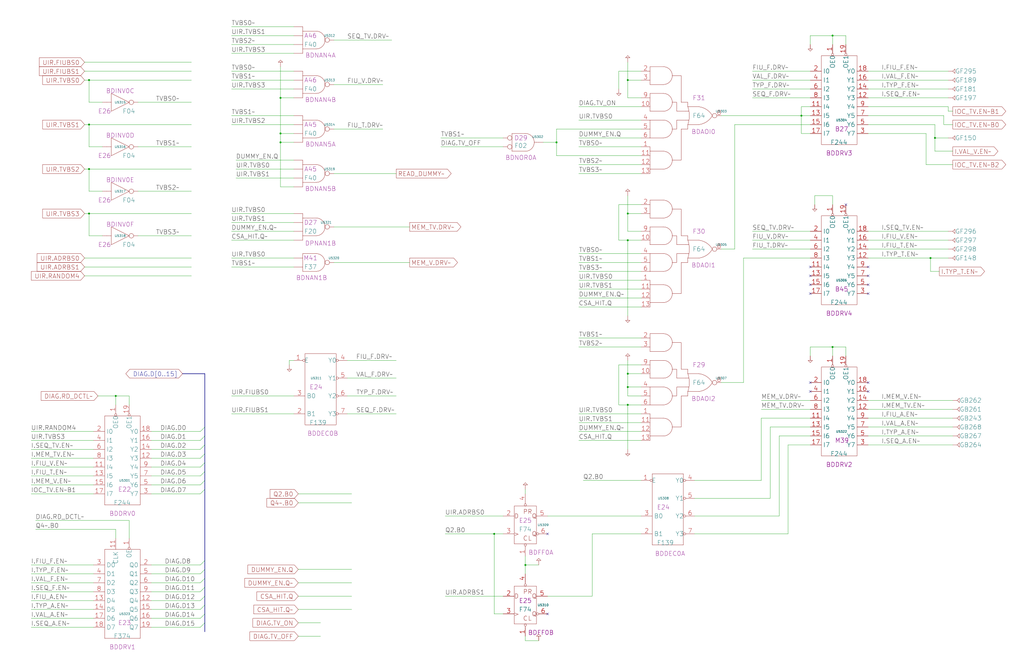
<source format=kicad_sch>
(kicad_sch (version 20230121) (generator eeschema)
  (paper "User" 584.2 378.46)
  (title_block (title "CONTROL STORE\\nBUS DRIVER DECODING") (date "22-SEP-90") (rev "2.0") (comment 1 "IOC") (comment 2 "232-003061") (comment 3 "S400") (comment 4 "RELEASED"))
  (junction (at 160.02 81.28))
  (junction (at 474.98 198.12))
  (junction (at 474.98 20.32))
  (junction (at 317.5 81.28))
  (junction (at 160.02 55.88))
  (junction (at 530.86 147.32))
  (junction (at 299.72 322.58))
  (junction (at 533.4 78.74))
  (junction (at 358.14 231.14))
  (junction (at 160.02 76.2))
  (junction (at 358.14 45.72))
  (junction (at 358.14 121.92))
  (junction (at 281.94 304.8))
  (junction (at 50.8 45.72))
  (junction (at 457.2 66.04))
  (junction (at 50.8 121.92))
  (junction (at 358.14 213.36))
  (junction (at 66.04 226.06))
  (junction (at 50.8 96.52))
  (junction (at 50.8 71.12))
  (junction (at 358.14 220.98))
  (junction (at 358.14 137.16))
  (no_connect (at 312.42 304.8))
  (no_connect (at 462.28 152.4))
  (no_connect (at 495.3 152.4))
  (no_connect (at 462.28 218.44))
  (no_connect (at 462.28 167.64))
  (no_connect (at 495.3 167.64))
  (no_connect (at 495.3 223.52))
  (no_connect (at 462.28 223.52))
  (no_connect (at 312.42 350.52))
  (no_connect (at 462.28 162.56))
  (no_connect (at 462.28 157.48))
  (no_connect (at 495.3 218.44))
  (no_connect (at 495.3 162.56))
  (no_connect (at 495.3 157.48))
  (no_connect (at 482.6 116.84))
  (bus_entry (at 116.84 355.6) (size -2.54 2.54))
  (bus_entry (at 116.84 259.08) (size -2.54 2.54))
  (bus_entry (at 116.84 320.04) (size -2.54 2.54))
  (bus_entry (at 116.84 340.36) (size -2.54 2.54))
  (bus_entry (at 116.84 330.2) (size -2.54 2.54))
  (bus_entry (at 116.84 350.52) (size -2.54 2.54))
  (bus_entry (at 116.84 345.44) (size -2.54 2.54))
  (bus_entry (at 116.84 335.28) (size -2.54 2.54))
  (bus_entry (at 116.84 254) (size -2.54 2.54))
  (bus_entry (at 116.84 243.84) (size -2.54 2.54))
  (bus_entry (at 116.84 325.12) (size -2.54 2.54))
  (bus_entry (at 116.84 264.16) (size -2.54 2.54))
  (bus_entry (at 116.84 248.92) (size -2.54 2.54))
  (bus_entry (at 116.84 279.4) (size -2.54 2.54))
  (bus_entry (at 116.84 269.24) (size -2.54 2.54))
  (bus_entry (at 116.84 274.32) (size -2.54 2.54))
  (wire (pts (xy 474.98 20.32) (xy 474.98 25.4)))
  (wire (pts (xy 337.82 340.36) (xy 312.42 340.36)))
  (wire (pts (xy 190.5 48.26) (xy 218.44 48.26)))
  (wire (pts (xy 167.64 55.88) (xy 160.02 55.88)))
  (wire (pts (xy 495.3 238.76) (xy 543.56 238.76)))
  (wire (pts (xy 281.94 304.8) (xy 287.02 304.8)))
  (wire (pts (xy 17.78 358.14) (xy 53.34 358.14)))
  (wire (pts (xy 17.78 347.98) (xy 53.34 347.98)))
  (wire (pts (xy 365.76 132.08) (xy 358.14 132.08)))
  (wire (pts (xy 419.1 142.24) (xy 411.48 142.24)))
  (wire (pts (xy 419.1 71.12) (xy 419.1 142.24)))
  (wire (pts (xy 134.62 101.6) (xy 167.64 101.6)))
  (wire (pts (xy 170.18 340.36) (xy 200.66 340.36)))
  (wire (pts (xy 132.08 30.48) (xy 167.64 30.48)))
  (wire (pts (xy 457.2 66.04) (xy 462.28 66.04)))
  (wire (pts (xy 58.42 109.22) (xy 50.8 109.22)))
  (wire (pts (xy 495.3 50.8) (xy 541.02 50.8)))
  (wire (pts (xy 541.02 60.96) (xy 541.02 63.5)))
  (wire (pts (xy 330.2 60.96) (xy 365.76 60.96)))
  (bus (pts (xy 116.84 254) (xy 116.84 259.08)))
  (wire (pts (xy 86.36 322.58) (xy 114.3 322.58)))
  (wire (pts (xy 78.74 109.22) (xy 109.22 109.22)))
  (wire (pts (xy 132.08 25.4) (xy 167.64 25.4)))
  (wire (pts (xy 462.28 254) (xy 449.58 254)))
  (wire (pts (xy 464.82 111.76) (xy 464.82 116.84)))
  (wire (pts (xy 462.28 238.76) (xy 434.34 238.76)))
  (wire (pts (xy 337.82 304.8) (xy 337.82 340.36)))
  (wire (pts (xy 365.76 208.28) (xy 353.06 208.28)))
  (wire (pts (xy 17.78 271.78) (xy 53.34 271.78)))
  (wire (pts (xy 17.78 261.62) (xy 53.34 261.62)))
  (wire (pts (xy 170.18 363.22) (xy 182.88 363.22)))
  (wire (pts (xy 429.26 55.88) (xy 462.28 55.88)))
  (wire (pts (xy 538.48 66.04) (xy 538.48 71.12)))
  (wire (pts (xy 424.18 218.44) (xy 411.48 218.44)))
  (wire (pts (xy 86.36 251.46) (xy 114.3 251.46)))
  (wire (pts (xy 132.08 15.24) (xy 167.64 15.24)))
  (wire (pts (xy 132.08 66.04) (xy 167.64 66.04)))
  (wire (pts (xy 58.42 58.42) (xy 50.8 58.42)))
  (wire (pts (xy 330.2 154.94) (xy 365.76 154.94)))
  (wire (pts (xy 495.3 71.12) (xy 533.4 71.12)))
  (wire (pts (xy 429.26 142.24) (xy 462.28 142.24)))
  (wire (pts (xy 330.2 170.18) (xy 365.76 170.18)))
  (wire (pts (xy 429.26 137.16) (xy 462.28 137.16)))
  (wire (pts (xy 254 340.36) (xy 287.02 340.36)))
  (bus (pts (xy 104.14 213.36) (xy 116.84 213.36)))
  (wire (pts (xy 538.48 71.12) (xy 543.56 71.12)))
  (wire (pts (xy 50.8 96.52) (xy 109.22 96.52)))
  (wire (pts (xy 358.14 231.14) (xy 365.76 231.14)))
  (wire (pts (xy 170.18 347.98) (xy 200.66 347.98)))
  (wire (pts (xy 86.36 256.54) (xy 114.3 256.54)))
  (bus (pts (xy 116.84 213.36) (xy 116.84 243.84)))
  (wire (pts (xy 434.34 238.76) (xy 434.34 274.32)))
  (wire (pts (xy 474.98 20.32) (xy 462.28 20.32)))
  (wire (pts (xy 317.5 73.66) (xy 317.5 81.28)))
  (wire (pts (xy 530.86 147.32) (xy 541.02 147.32)))
  (wire (pts (xy 66.04 231.14) (xy 66.04 226.06)))
  (wire (pts (xy 495.3 60.96) (xy 541.02 60.96)))
  (wire (pts (xy 17.78 332.74) (xy 53.34 332.74)))
  (wire (pts (xy 254 304.8) (xy 281.94 304.8)))
  (wire (pts (xy 299.72 279.4) (xy 299.72 281.94)))
  (wire (pts (xy 330.2 193.04) (xy 365.76 193.04)))
  (wire (pts (xy 287.02 350.52) (xy 281.94 350.52)))
  (wire (pts (xy 358.14 45.72) (xy 365.76 45.72)))
  (wire (pts (xy 86.36 337.82) (xy 114.3 337.82)))
  (wire (pts (xy 50.8 109.22) (xy 50.8 96.52)))
  (wire (pts (xy 429.26 50.8) (xy 462.28 50.8)))
  (wire (pts (xy 358.14 231.14) (xy 358.14 256.54)))
  (wire (pts (xy 330.2 236.22) (xy 365.76 236.22)))
  (wire (pts (xy 358.14 137.16) (xy 358.14 180.34)))
  (wire (pts (xy 330.2 175.26) (xy 365.76 175.26)))
  (wire (pts (xy 474.98 198.12) (xy 474.98 203.2)))
  (wire (pts (xy 132.08 152.4) (xy 167.64 152.4)))
  (bus (pts (xy 116.84 320.04) (xy 116.84 325.12)))
  (wire (pts (xy 254 294.64) (xy 287.02 294.64)))
  (wire (pts (xy 132.08 45.72) (xy 167.64 45.72)))
  (wire (pts (xy 167.64 106.68) (xy 160.02 106.68)))
  (wire (pts (xy 429.26 40.64) (xy 462.28 40.64)))
  (wire (pts (xy 317.5 88.9) (xy 317.5 81.28)))
  (wire (pts (xy 330.2 241.3) (xy 365.76 241.3)))
  (wire (pts (xy 353.06 208.28) (xy 353.06 231.14)))
  (wire (pts (xy 190.5 129.54) (xy 233.68 129.54)))
  (wire (pts (xy 170.18 287.02) (xy 200.66 287.02)))
  (wire (pts (xy 462.28 198.12) (xy 462.28 203.2)))
  (wire (pts (xy 434.34 274.32) (xy 396.24 274.32)))
  (wire (pts (xy 358.14 220.98) (xy 358.14 213.36)))
  (bus (pts (xy 116.84 248.92) (xy 116.84 254)))
  (bus (pts (xy 116.84 279.4) (xy 116.84 320.04)))
  (wire (pts (xy 365.76 226.06) (xy 358.14 226.06)))
  (wire (pts (xy 86.36 246.38) (xy 114.3 246.38)))
  (wire (pts (xy 198.12 226.06) (xy 226.06 226.06)))
  (wire (pts (xy 17.78 337.82) (xy 53.34 337.82)))
  (wire (pts (xy 86.36 261.62) (xy 114.3 261.62)))
  (wire (pts (xy 198.12 215.9) (xy 226.06 215.9)))
  (wire (pts (xy 58.42 134.62) (xy 50.8 134.62)))
  (wire (pts (xy 528.32 76.2) (xy 528.32 93.98)))
  (wire (pts (xy 167.64 81.28) (xy 160.02 81.28)))
  (wire (pts (xy 86.36 342.9) (xy 114.3 342.9)))
  (wire (pts (xy 474.98 111.76) (xy 464.82 111.76)))
  (wire (pts (xy 66.04 307.34) (xy 66.04 302.26)))
  (wire (pts (xy 86.36 353.06) (xy 114.3 353.06)))
  (wire (pts (xy 48.26 35.56) (xy 109.22 35.56)))
  (wire (pts (xy 330.2 251.46) (xy 365.76 251.46)))
  (wire (pts (xy 353.06 116.84) (xy 353.06 137.16)))
  (wire (pts (xy 299.72 322.58) (xy 307.34 322.58)))
  (wire (pts (xy 299.72 317.5) (xy 299.72 322.58)))
  (bus (pts (xy 116.84 355.6) (xy 116.84 360.68)))
  (wire (pts (xy 132.08 40.64) (xy 167.64 40.64)))
  (wire (pts (xy 330.2 99.06) (xy 365.76 99.06)))
  (wire (pts (xy 50.8 96.52) (xy 48.26 96.52)))
  (wire (pts (xy 462.28 20.32) (xy 462.28 25.4)))
  (wire (pts (xy 533.4 86.36) (xy 533.4 78.74)))
  (wire (pts (xy 358.14 132.08) (xy 358.14 121.92)))
  (wire (pts (xy 50.8 134.62) (xy 50.8 121.92)))
  (wire (pts (xy 86.36 266.7) (xy 114.3 266.7)))
  (wire (pts (xy 444.5 248.92) (xy 444.5 294.64)))
  (wire (pts (xy 132.08 71.12) (xy 167.64 71.12)))
  (wire (pts (xy 190.5 22.86) (xy 223.52 22.86)))
  (wire (pts (xy 160.02 55.88) (xy 160.02 38.1)))
  (wire (pts (xy 86.36 271.78) (xy 114.3 271.78)))
  (wire (pts (xy 50.8 71.12) (xy 109.22 71.12)))
  (wire (pts (xy 439.42 243.84) (xy 439.42 284.48)))
  (wire (pts (xy 165.1 208.28) (xy 165.1 205.74)))
  (bus (pts (xy 116.84 243.84) (xy 116.84 248.92)))
  (wire (pts (xy 495.3 76.2) (xy 528.32 76.2)))
  (wire (pts (xy 50.8 121.92) (xy 109.22 121.92)))
  (bus (pts (xy 116.84 259.08) (xy 116.84 264.16)))
  (wire (pts (xy 317.5 81.28) (xy 309.88 81.28)))
  (wire (pts (xy 482.6 20.32) (xy 474.98 20.32)))
  (wire (pts (xy 495.3 40.64) (xy 541.02 40.64)))
  (wire (pts (xy 17.78 327.66) (xy 53.34 327.66)))
  (wire (pts (xy 198.12 236.22) (xy 226.06 236.22)))
  (wire (pts (xy 190.5 73.66) (xy 218.44 73.66)))
  (bus (pts (xy 116.84 269.24) (xy 116.84 274.32)))
  (wire (pts (xy 132.08 137.16) (xy 167.64 137.16)))
  (bus (pts (xy 116.84 345.44) (xy 116.84 350.52)))
  (wire (pts (xy 482.6 25.4) (xy 482.6 20.32)))
  (wire (pts (xy 73.66 297.18) (xy 20.32 297.18)))
  (wire (pts (xy 495.3 45.72) (xy 541.02 45.72)))
  (wire (pts (xy 495.3 254) (xy 543.56 254)))
  (wire (pts (xy 365.76 88.9) (xy 317.5 88.9)))
  (wire (pts (xy 17.78 342.9) (xy 53.34 342.9)))
  (wire (pts (xy 434.34 233.68) (xy 462.28 233.68)))
  (wire (pts (xy 17.78 246.38) (xy 53.34 246.38)))
  (wire (pts (xy 78.74 83.82) (xy 109.22 83.82)))
  (wire (pts (xy 457.2 76.2) (xy 457.2 66.04)))
  (wire (pts (xy 17.78 251.46) (xy 53.34 251.46)))
  (wire (pts (xy 330.2 165.1) (xy 365.76 165.1)))
  (wire (pts (xy 73.66 231.14) (xy 73.66 226.06)))
  (wire (pts (xy 330.2 198.12) (xy 365.76 198.12)))
  (wire (pts (xy 190.5 99.06) (xy 226.06 99.06)))
  (wire (pts (xy 330.2 83.82) (xy 365.76 83.82)))
  (wire (pts (xy 281.94 304.8) (xy 281.94 350.52)))
  (wire (pts (xy 449.58 254) (xy 449.58 304.8)))
  (wire (pts (xy 86.36 332.74) (xy 114.3 332.74)))
  (wire (pts (xy 190.5 149.86) (xy 233.68 149.86)))
  (wire (pts (xy 330.2 78.74) (xy 365.76 78.74)))
  (bus (pts (xy 116.84 350.52) (xy 116.84 355.6)))
  (wire (pts (xy 358.14 226.06) (xy 358.14 220.98)))
  (wire (pts (xy 330.2 246.38) (xy 365.76 246.38)))
  (wire (pts (xy 495.3 243.84) (xy 543.56 243.84)))
  (wire (pts (xy 17.78 266.7) (xy 53.34 266.7)))
  (wire (pts (xy 48.26 147.32) (xy 109.22 147.32)))
  (wire (pts (xy 17.78 276.86) (xy 53.34 276.86)))
  (wire (pts (xy 358.14 220.98) (xy 365.76 220.98)))
  (wire (pts (xy 86.36 347.98) (xy 114.3 347.98)))
  (wire (pts (xy 160.02 81.28) (xy 160.02 76.2)))
  (wire (pts (xy 330.2 93.98) (xy 365.76 93.98)))
  (wire (pts (xy 17.78 256.54) (xy 53.34 256.54)))
  (wire (pts (xy 160.02 76.2) (xy 160.02 55.88)))
  (wire (pts (xy 462.28 147.32) (xy 424.18 147.32)))
  (wire (pts (xy 462.28 243.84) (xy 439.42 243.84)))
  (wire (pts (xy 530.86 154.94) (xy 530.86 147.32)))
  (wire (pts (xy 50.8 58.42) (xy 50.8 45.72)))
  (wire (pts (xy 299.72 363.22) (xy 299.72 365.76)))
  (bus (pts (xy 116.84 335.28) (xy 116.84 340.36)))
  (wire (pts (xy 495.3 233.68) (xy 543.56 233.68)))
  (wire (pts (xy 160.02 106.68) (xy 160.02 81.28)))
  (wire (pts (xy 48.26 71.12) (xy 50.8 71.12)))
  (wire (pts (xy 20.32 302.26) (xy 66.04 302.26)))
  (wire (pts (xy 462.28 60.96) (xy 457.2 60.96)))
  (wire (pts (xy 48.26 152.4) (xy 109.22 152.4)))
  (wire (pts (xy 134.62 96.52) (xy 167.64 96.52)))
  (bus (pts (xy 116.84 264.16) (xy 116.84 269.24)))
  (wire (pts (xy 424.18 147.32) (xy 424.18 218.44)))
  (wire (pts (xy 170.18 325.12) (xy 200.66 325.12)))
  (wire (pts (xy 17.78 322.58) (xy 53.34 322.58)))
  (wire (pts (xy 358.14 121.92) (xy 365.76 121.92)))
  (wire (pts (xy 48.26 45.72) (xy 50.8 45.72)))
  (wire (pts (xy 170.18 332.74) (xy 200.66 332.74)))
  (wire (pts (xy 86.36 276.86) (xy 114.3 276.86)))
  (wire (pts (xy 541.02 63.5) (xy 543.56 63.5)))
  (wire (pts (xy 165.1 205.74) (xy 167.64 205.74)))
  (wire (pts (xy 58.42 83.82) (xy 50.8 83.82)))
  (wire (pts (xy 495.3 228.6) (xy 543.56 228.6)))
  (wire (pts (xy 251.46 78.74) (xy 287.02 78.74)))
  (wire (pts (xy 132.08 20.32) (xy 167.64 20.32)))
  (wire (pts (xy 495.3 132.08) (xy 541.02 132.08)))
  (wire (pts (xy 358.14 213.36) (xy 365.76 213.36)))
  (wire (pts (xy 495.3 66.04) (xy 538.48 66.04)))
  (wire (pts (xy 66.04 226.06) (xy 55.88 226.06)))
  (wire (pts (xy 358.14 55.88) (xy 358.14 45.72)))
  (wire (pts (xy 533.4 78.74) (xy 541.02 78.74)))
  (wire (pts (xy 462.28 76.2) (xy 457.2 76.2)))
  (wire (pts (xy 132.08 127) (xy 167.64 127)))
  (wire (pts (xy 411.48 66.04) (xy 457.2 66.04)))
  (wire (pts (xy 332.74 274.32) (xy 365.76 274.32)))
  (wire (pts (xy 132.08 236.22) (xy 167.64 236.22)))
  (wire (pts (xy 358.14 121.92) (xy 358.14 111.76)))
  (wire (pts (xy 251.46 83.82) (xy 287.02 83.82)))
  (wire (pts (xy 353.06 137.16) (xy 358.14 137.16)))
  (wire (pts (xy 495.3 142.24) (xy 541.02 142.24)))
  (wire (pts (xy 462.28 71.12) (xy 419.1 71.12)))
  (wire (pts (xy 365.76 304.8) (xy 337.82 304.8)))
  (wire (pts (xy 365.76 116.84) (xy 353.06 116.84)))
  (bus (pts (xy 116.84 274.32) (xy 116.84 279.4)))
  (wire (pts (xy 535.94 154.94) (xy 530.86 154.94)))
  (wire (pts (xy 528.32 93.98) (xy 543.56 93.98)))
  (wire (pts (xy 449.58 304.8) (xy 396.24 304.8)))
  (wire (pts (xy 358.14 213.36) (xy 358.14 205.74)))
  (wire (pts (xy 50.8 45.72) (xy 109.22 45.72)))
  (wire (pts (xy 17.78 281.94) (xy 53.34 281.94)))
  (bus (pts (xy 116.84 325.12) (xy 116.84 330.2)))
  (wire (pts (xy 457.2 60.96) (xy 457.2 66.04)))
  (wire (pts (xy 50.8 83.82) (xy 50.8 71.12)))
  (wire (pts (xy 170.18 355.6) (xy 182.88 355.6)))
  (wire (pts (xy 132.08 226.06) (xy 167.64 226.06)))
  (wire (pts (xy 330.2 160.02) (xy 365.76 160.02)))
  (wire (pts (xy 365.76 55.88) (xy 358.14 55.88)))
  (wire (pts (xy 482.6 198.12) (xy 474.98 198.12)))
  (wire (pts (xy 462.28 248.92) (xy 444.5 248.92)))
  (bus (pts (xy 116.84 340.36) (xy 116.84 345.44)))
  (wire (pts (xy 48.26 40.64) (xy 109.22 40.64)))
  (wire (pts (xy 48.26 157.48) (xy 109.22 157.48)))
  (wire (pts (xy 444.5 294.64) (xy 396.24 294.64)))
  (wire (pts (xy 434.34 228.6) (xy 462.28 228.6)))
  (wire (pts (xy 495.3 137.16) (xy 541.02 137.16)))
  (wire (pts (xy 533.4 71.12) (xy 533.4 78.74)))
  (wire (pts (xy 48.26 121.92) (xy 50.8 121.92)))
  (wire (pts (xy 132.08 50.8) (xy 167.64 50.8)))
  (wire (pts (xy 495.3 55.88) (xy 541.02 55.88)))
  (wire (pts (xy 365.76 73.66) (xy 317.5 73.66)))
  (wire (pts (xy 299.72 365.76) (xy 307.34 365.76)))
  (wire (pts (xy 429.26 132.08) (xy 462.28 132.08)))
  (wire (pts (xy 299.72 322.58) (xy 299.72 327.66)))
  (wire (pts (xy 365.76 137.16) (xy 358.14 137.16)))
  (wire (pts (xy 86.36 281.94) (xy 114.3 281.94)))
  (wire (pts (xy 170.18 281.94) (xy 200.66 281.94)))
  (wire (pts (xy 429.26 45.72) (xy 462.28 45.72)))
  (wire (pts (xy 17.78 353.06) (xy 53.34 353.06)))
  (wire (pts (xy 86.36 327.66) (xy 114.3 327.66)))
  (bus (pts (xy 116.84 330.2) (xy 116.84 335.28)))
  (wire (pts (xy 330.2 68.58) (xy 365.76 68.58)))
  (wire (pts (xy 167.64 76.2) (xy 160.02 76.2)))
  (wire (pts (xy 86.36 358.14) (xy 114.3 358.14)))
  (wire (pts (xy 482.6 203.2) (xy 482.6 198.12)))
  (wire (pts (xy 474.98 116.84) (xy 474.98 111.76)))
  (wire (pts (xy 439.42 284.48) (xy 396.24 284.48)))
  (wire (pts (xy 358.14 45.72) (xy 358.14 35.56)))
  (wire (pts (xy 495.3 147.32) (xy 530.86 147.32)))
  (wire (pts (xy 330.2 144.78) (xy 365.76 144.78)))
  (wire (pts (xy 365.76 40.64) (xy 353.06 40.64)))
  (wire (pts (xy 198.12 205.74) (xy 226.06 205.74)))
  (wire (pts (xy 353.06 40.64) (xy 353.06 50.8)))
  (wire (pts (xy 134.62 91.44) (xy 167.64 91.44)))
  (wire (pts (xy 353.06 231.14) (xy 358.14 231.14)))
  (wire (pts (xy 132.08 121.92) (xy 167.64 121.92)))
  (wire (pts (xy 543.56 86.36) (xy 533.4 86.36)))
  (wire (pts (xy 78.74 58.42) (xy 109.22 58.42)))
  (wire (pts (xy 132.08 147.32) (xy 167.64 147.32)))
  (wire (pts (xy 474.98 198.12) (xy 462.28 198.12)))
  (wire (pts (xy 312.42 294.64) (xy 365.76 294.64)))
  (wire (pts (xy 73.66 307.34) (xy 73.66 297.18)))
  (wire (pts (xy 73.66 226.06) (xy 66.04 226.06)))
  (wire (pts (xy 330.2 149.86) (xy 365.76 149.86)))
  (wire (pts (xy 495.3 248.92) (xy 543.56 248.92)))
  (wire (pts (xy 78.74 134.62) (xy 109.22 134.62)))
  (wire (pts (xy 132.08 132.08) (xy 167.64 132.08)))
  (label "DIAG.D13" (at 93.98 347.98 0) (effects (font (size 2.54 2.54))))
  (label "TVBS3~" (at 330.2 99.06 0) (effects (font (size 2.54 2.54))))
  (label "UIR.ADRBS0" (at 254 294.64 0) (effects (font (size 2.54 2.54))))
  (label "TVBS1~" (at 88.9 83.82 0) (effects (font (size 2.54 2.54))))
  (label "UIR.TVBS1" (at 330.2 165.1 0) (effects (font (size 2.54 2.54))))
  (label "TVBS2~" (at 88.9 109.22 0) (effects (font (size 2.54 2.54))))
  (label "I.MEM_V.EN~" (at 502.92 228.6 0) (effects (font (size 2.54 2.54))))
  (label "DIAG.D0" (at 91.44 246.38 0) (effects (font (size 2.54 2.54))))
  (label "UIR.FIUBS1" (at 132.08 236.22 0) (effects (font (size 2.54 2.54))))
  (label "UIR.TVBS3" (at 132.08 30.48 0) (effects (font (size 2.54 2.54))))
  (label "MEM_TV.DRV~" (at 434.34 233.68 0) (effects (font (size 2.54 2.54))))
  (label "FIU_V.DRV~" (at 429.26 137.16 0) (effects (font (size 2.54 2.54))))
  (label "I.FIU_F.EN~" (at 17.78 322.58 0) (effects (font (size 2.54 2.54))))
  (label "I.SEQ_F.EN~" (at 502.92 55.88 0) (effects (font (size 2.54 2.54))))
  (label "FIU_T.DRV~" (at 429.26 142.24 0) (effects (font (size 2.54 2.54))))
  (label "CSA_HIT.Q~" (at 132.08 137.16 0) (effects (font (size 2.54 2.54))))
  (label "TVBS0~" (at 88.9 58.42 0) (effects (font (size 2.54 2.54))))
  (label "I.VAL_F.EN~" (at 502.92 45.72 0) (effects (font (size 2.54 2.54))))
  (label "TVBS0~" (at 330.2 144.78 0) (effects (font (size 2.54 2.54))))
  (label "I.FIU_T.EN~" (at 502.92 142.24 0) (effects (font (size 2.54 2.54))))
  (label "VAL_F.DRV~" (at 203.2 215.9 0) (effects (font (size 2.54 2.54))))
  (label "I.TYP_A.EN~" (at 502.92 248.92 0) (effects (font (size 2.54 2.54))))
  (label "TVBS1~" (at 132.08 66.04 0) (effects (font (size 2.54 2.54))))
  (label "DIAG.TV_ON" (at 330.2 60.96 0) (effects (font (size 2.54 2.54))))
  (label "FIU_T.DRV~" (at 198.12 73.66 0) (effects (font (size 2.54 2.54))))
  (label "TYP_F.DRV~" (at 203.2 226.06 0) (effects (font (size 2.54 2.54))))
  (label "DIAG.TV_OFF" (at 251.46 83.82 0) (effects (font (size 2.54 2.54))))
  (label "TVBS1~" (at 132.08 152.4 0) (effects (font (size 2.54 2.54))))
  (label "UIR.TVBS0" (at 132.08 121.92 0) (effects (font (size 2.54 2.54))))
  (label "DUMMY_EN.Q~" (at 132.08 132.08 0) (effects (font (size 2.54 2.54))))
  (label "TVBS3~" (at 330.2 154.94 0) (effects (font (size 2.54 2.54))))
  (label "TYP_F.DRV~" (at 429.26 50.8 0) (effects (font (size 2.54 2.54))))
  (label "DIAG.D7" (at 91.44 281.94 0) (effects (font (size 2.54 2.54))))
  (label "I.TYP_F.EN~" (at 17.78 327.66 0) (effects (font (size 2.54 2.54))))
  (label "UIR.ADRBS1" (at 254 340.36 0) (effects (font (size 2.54 2.54))))
  (label "TVBS1~" (at 132.08 45.72 0) (effects (font (size 2.54 2.54))))
  (label "I.FIU_V.EN~" (at 502.92 137.16 0) (effects (font (size 2.54 2.54))))
  (label "FIU_F.DRV~" (at 203.2 205.74 0) (effects (font (size 2.54 2.54))))
  (label "UIR.TVBS1" (at 132.08 20.32 0) (effects (font (size 2.54 2.54))))
  (label "DIAG.D4" (at 91.44 266.7 0) (effects (font (size 2.54 2.54))))
  (label "TVBS0~" (at 132.08 40.64 0) (effects (font (size 2.54 2.54))))
  (label "DIAG.D1" (at 91.44 251.46 0) (effects (font (size 2.54 2.54))))
  (label "UIR.TVBS3" (at 132.08 50.8 0) (effects (font (size 2.54 2.54))))
  (label "I.FIU_V.EN~" (at 17.78 266.7 0) (effects (font (size 2.54 2.54))))
  (label "TVBS1~" (at 330.2 149.86 0) (effects (font (size 2.54 2.54))))
  (label "I.SEQ_A.EN~" (at 502.92 254 0) (effects (font (size 2.54 2.54))))
  (label "UIR.TVBS1" (at 330.2 241.3 0) (effects (font (size 2.54 2.54))))
  (label "DUMMY_EN.Q" (at 134.62 91.44 0) (effects (font (size 2.54 2.54))))
  (label "CSA_HIT.Q" (at 330.2 175.26 0) (effects (font (size 2.54 2.54))))
  (label "UIR.TVBS0" (at 330.2 68.58 0) (effects (font (size 2.54 2.54))))
  (label "DIAG.D14" (at 93.98 353.06 0) (effects (font (size 2.54 2.54))))
  (label "DIAG.D6" (at 91.44 276.86 0) (effects (font (size 2.54 2.54))))
  (label "DUMMY_EN.Q~" (at 330.2 246.38 0) (effects (font (size 2.54 2.54))))
  (label "I.SEQ_F.EN~" (at 17.78 337.82 0) (effects (font (size 2.54 2.54))))
  (label "DIAG.RD_DCTL~" (at 20.32 297.18 0) (effects (font (size 2.54 2.54))))
  (label "I.SEQ_A.EN~" (at 17.78 358.14 0) (effects (font (size 2.54 2.54))))
  (label "DIAG.D8" (at 93.98 322.58 0) (effects (font (size 2.54 2.54))))
  (label "TVBS1~" (at 330.2 193.04 0) (effects (font (size 2.54 2.54))))
  (label "UIR.TVBS0" (at 132.08 147.32 0) (effects (font (size 2.54 2.54))))
  (label "Q4~.B0" (at 20.32 302.26 0) (effects (font (size 2.54 2.54))))
  (label "TVBS3~" (at 88.9 134.62 0) (effects (font (size 2.54 2.54))))
  (label "I.MEM_TV.EN~" (at 502.92 233.68 0) (effects (font (size 2.54 2.54))))
  (label "DUMMY_EN.Q~" (at 330.2 170.18 0) (effects (font (size 2.54 2.54))))
  (label "TVBS0~" (at 330.2 83.82 0) (effects (font (size 2.54 2.54))))
  (label "FIU_F.DRV~" (at 429.26 40.64 0) (effects (font (size 2.54 2.54))))
  (label "DUMMY_EN.Q" (at 330.2 78.74 0) (effects (font (size 2.54 2.54))))
  (label "I.VAL_A.EN~" (at 502.92 243.84 0) (effects (font (size 2.54 2.54))))
  (label "UIR.FIUBS0" (at 132.08 226.06 0) (effects (font (size 2.54 2.54))))
  (label "DIAG.D3" (at 91.44 261.62 0) (effects (font (size 2.54 2.54))))
  (label "I.SEQ_TV.EN~" (at 502.92 132.08 0) (effects (font (size 2.54 2.54))))
  (label "Q2.B0" (at 254 304.8 0) (effects (font (size 2.54 2.54))))
  (label "TVBS0~" (at 132.08 15.24 0) (effects (font (size 2.54 2.54))))
  (label "DIAG.D12" (at 93.98 342.9 0) (effects (font (size 2.54 2.54))))
  (label "I.TYP_F.EN~" (at 502.92 50.8 0) (effects (font (size 2.54 2.54))))
  (label "I.MEM_V.EN~" (at 17.78 276.86 0) (effects (font (size 2.54 2.54))))
  (label "I.SEQ_TV.EN~" (at 17.78 256.54 0) (effects (font (size 2.54 2.54))))
  (label "I.FIU_A.EN~" (at 502.92 238.76 0) (effects (font (size 2.54 2.54))))
  (label "TVBS2~" (at 132.08 25.4 0) (effects (font (size 2.54 2.54))))
  (label "VAL_F.DRV~" (at 429.26 45.72 0) (effects (font (size 2.54 2.54))))
  (label "I.TYP_T.EN~" (at 502.92 147.32 0) (effects (font (size 2.54 2.54))))
  (label "UIR.TVBS1" (at 134.62 101.6 0) (effects (font (size 2.54 2.54))))
  (label "DIAG.D11" (at 93.98 337.82 0) (effects (font (size 2.54 2.54))))
  (label "DIAG.D15" (at 93.98 358.14 0) (effects (font (size 2.54 2.54))))
  (label "TVBS2~" (at 330.2 198.12 0) (effects (font (size 2.54 2.54))))
  (label "UIR.TVBS2" (at 132.08 71.12 0) (effects (font (size 2.54 2.54))))
  (label "UIR.TVBS0" (at 330.2 236.22 0) (effects (font (size 2.54 2.54))))
  (label "SEQ_TV.DRV~" (at 198.12 22.86 0) (effects (font (size 2.54 2.54))))
  (label "IOC_TV.EN~B1" (at 17.78 281.94 0) (effects (font (size 2.54 2.54))))
  (label "DIAG.D2" (at 91.44 256.54 0) (effects (font (size 2.54 2.54))))
  (label "I.VAL_A.EN~" (at 17.78 353.06 0) (effects (font (size 2.54 2.54))))
  (label "DIAG.D10" (at 93.98 332.74 0) (effects (font (size 2.54 2.54))))
  (label "SEQ_TV.DRV~" (at 429.26 132.08 0) (effects (font (size 2.54 2.54))))
  (label "I.MEM_TV.EN~" (at 17.78 261.62 0) (effects (font (size 2.54 2.54))))
  (label "UIR.TVBS0" (at 134.62 96.52 0) (effects (font (size 2.54 2.54))))
  (label "I.FIU_F.EN~" (at 502.92 40.64 0) (effects (font (size 2.54 2.54))))
  (label "SEQ_F.DRV~" (at 429.26 55.88 0) (effects (font (size 2.54 2.54))))
  (label "MEM_V.DRV~" (at 434.34 228.6 0) (effects (font (size 2.54 2.54))))
  (label "UIR.TVBS1" (at 132.08 127 0) (effects (font (size 2.54 2.54))))
  (label "I.TYP_A.EN~" (at 17.78 347.98 0) (effects (font (size 2.54 2.54))))
  (label "UIR.TVBS3" (at 17.78 251.46 0) (effects (font (size 2.54 2.54))))
  (label "I.FIU_A.EN~" (at 17.78 342.9 0) (effects (font (size 2.54 2.54))))
  (label "SEQ_F.DRV~" (at 203.2 236.22 0) (effects (font (size 2.54 2.54))))
  (label "TVBS2~" (at 330.2 93.98 0) (effects (font (size 2.54 2.54))))
  (label "TVBS1~" (at 251.46 78.74 0) (effects (font (size 2.54 2.54))))
  (label "UIR.TVBS0" (at 330.2 160.02 0) (effects (font (size 2.54 2.54))))
  (label "FIU_V.DRV~" (at 198.12 48.26 0) (effects (font (size 2.54 2.54))))
  (label "CSA_HIT.Q" (at 330.2 251.46 0) (effects (font (size 2.54 2.54))))
  (label "I.VAL_F.EN~" (at 17.78 332.74 0) (effects (font (size 2.54 2.54))))
  (label "DIAG.D5" (at 91.44 271.78 0) (effects (font (size 2.54 2.54))))
  (label "UIR.RANDOM4" (at 17.78 246.38 0) (effects (font (size 2.54 2.54))))
  (label "I.FIU_T.EN~" (at 17.78 271.78 0) (effects (font (size 2.54 2.54))))
  (label "DIAG.D9" (at 93.98 327.66 0) (effects (font (size 2.54 2.54))))
  (label "Q2.B0" (at 332.74 274.32 0) (effects (font (size 2.54 2.54))))
  (global_label "Q4~.B0" (shape input) (at 170.18 287.02 180) (effects (font (size 2.54 2.54))) (property "Intersheetrefs" "${INTERSHEET_REFS}" (at 151.9101 286.8613 0) (effects (font (size 1.905 1.905)) (justify right))))
  (global_label "UIR.TVBS0" (shape input) (at 48.26 45.72 180) (effects (font (size 2.54 2.54))) (property "Intersheetrefs" "${INTERSHEET_REFS}" (at 24.3235 45.5613 0) (effects (font (size 1.905 1.905)) (justify right))))
  (global_label "UIR.ADRBS0" (shape input) (at 48.26 147.32 180) (effects (font (size 2.54 2.54))) (property "Intersheetrefs" "${INTERSHEET_REFS}" (at 21.1788 147.1613 0) (effects (font (size 1.905 1.905)) (justify right))))
  (global_label "DIAG.TV_ON" (shape input) (at 170.18 355.6 180) (effects (font (size 2.54 2.54))) (property "Intersheetrefs" "${INTERSHEET_REFS}" (at 144.3083 355.4413 0) (effects (font (size 1.905 1.905)) (justify right))))
  (global_label "IOC_TV.EN~B1" (shape output) (at 543.56 63.5 0) (effects (font (size 2.54 2.54))) (property "Intersheetrefs" "${INTERSHEET_REFS}" (at 573.786 63.3413 0) (effects (font (size 1.905 1.905)) (justify left))))
  (global_label "DIAG.RD_DCTL~" (shape input) (at 55.88 226.06 180) (effects (font (size 2.54 2.54))) (property "Intersheetrefs" "${INTERSHEET_REFS}" (at 23.4769 225.9013 0) (effects (font (size 1.905 1.905)) (justify right))))
  (global_label "UIR.TVBS3" (shape input) (at 48.26 121.92 180) (effects (font (size 2.54 2.54))) (property "Intersheetrefs" "${INTERSHEET_REFS}" (at 24.3235 121.7613 0) (effects (font (size 1.905 1.905)) (justify right))))
  (global_label "UIR.TVBS2" (shape input) (at 48.26 96.52 180) (effects (font (size 2.54 2.54))) (property "Intersheetrefs" "${INTERSHEET_REFS}" (at 24.3235 96.3613 0) (effects (font (size 1.905 1.905)) (justify right))))
  (global_label "UIR.RANDOM4" (shape input) (at 48.26 157.48 180) (effects (font (size 2.54 2.54))) (property "Intersheetrefs" "${INTERSHEET_REFS}" (at 17.913 157.3213 0) (effects (font (size 1.905 1.905)) (justify right))))
  (global_label "DUMMY_EN.Q" (shape input) (at 170.18 325.12 180) (effects (font (size 2.54 2.54))) (property "Intersheetrefs" "${INTERSHEET_REFS}" (at 141.4054 324.9613 0) (effects (font (size 1.905 1.905)) (justify right))))
  (global_label "IOC_TV.EN~B2" (shape output) (at 543.56 93.98 0) (effects (font (size 2.54 2.54))) (property "Intersheetrefs" "${INTERSHEET_REFS}" (at 573.786 93.8213 0) (effects (font (size 1.905 1.905)) (justify left))))
  (global_label "DUMMY_EN.Q~" (shape input) (at 170.18 332.74 180) (effects (font (size 2.54 2.54))) (property "Intersheetrefs" "${INTERSHEET_REFS}" (at 139.5911 332.5813 0) (effects (font (size 1.905 1.905)) (justify right))))
  (global_label "I.VAL_V.EN~" (shape output) (at 543.56 86.36 0) (effects (font (size 2.54 2.54))) (property "Intersheetrefs" "${INTERSHEET_REFS}" (at 569.3108 86.2013 0) (effects (font (size 1.905 1.905)) (justify left))))
  (global_label "UIR.FIUBS0" (shape input) (at 48.26 35.56 180) (effects (font (size 2.54 2.54))) (property "Intersheetrefs" "${INTERSHEET_REFS}" (at 22.3883 35.4013 0) (effects (font (size 1.905 1.905)) (justify right))))
  (global_label "READ_DUMMY~" (shape output) (at 226.06 99.06 0) (effects (font (size 2.54 2.54))) (property "Intersheetrefs" "${INTERSHEET_REFS}" (at 257.3746 98.9013 0) (effects (font (size 1.905 1.905)) (justify left))))
  (global_label "UIR.FIUBS1" (shape input) (at 48.26 40.64 180) (effects (font (size 2.54 2.54))) (property "Intersheetrefs" "${INTERSHEET_REFS}" (at 22.3883 40.4813 0) (effects (font (size 1.905 1.905)) (justify right))))
  (global_label "IOC_TV.EN~B0" (shape output) (at 543.56 71.12 0) (effects (font (size 2.54 2.54))) (property "Intersheetrefs" "${INTERSHEET_REFS}" (at 573.786 70.9613 0) (effects (font (size 1.905 1.905)) (justify left))))
  (global_label "I.TYP_T.EN~" (shape output) (at 535.94 154.94 0) (effects (font (size 2.54 2.54))) (property "Intersheetrefs" "${INTERSHEET_REFS}" (at 561.6908 154.7813 0) (effects (font (size 1.905 1.905)) (justify left))))
  (global_label "DIAG.TV_OFF" (shape input) (at 170.18 363.22 180) (effects (font (size 2.54 2.54))) (property "Intersheetrefs" "${INTERSHEET_REFS}" (at 142.615 363.0613 0) (effects (font (size 1.905 1.905)) (justify right))))
  (global_label "MEM_TV.DRV~" (shape output) (at 233.68 129.54 0) (effects (font (size 2.54 2.54))) (property "Intersheetrefs" "${INTERSHEET_REFS}" (at 262.9384 129.3813 0) (effects (font (size 1.905 1.905)) (justify left))))
  (global_label "UIR.TVBS1" (shape input) (at 48.26 71.12 180) (effects (font (size 2.54 2.54))) (property "Intersheetrefs" "${INTERSHEET_REFS}" (at 24.3235 70.9613 0) (effects (font (size 1.905 1.905)) (justify right))))
  (global_label "MEM_V.DRV~" (shape output) (at 233.68 149.86 0) (effects (font (size 2.54 2.54))) (property "Intersheetrefs" "${INTERSHEET_REFS}" (at 261.0031 149.7013 0) (effects (font (size 1.905 1.905)) (justify left))))
  (global_label "UIR.ADRBS1" (shape input) (at 48.26 152.4 180) (effects (font (size 2.54 2.54))) (property "Intersheetrefs" "${INTERSHEET_REFS}" (at 21.1788 152.2413 0) (effects (font (size 1.905 1.905)) (justify right))))
  (global_label "CSA_HIT.Q" (shape input) (at 170.18 340.36 180) (effects (font (size 2.54 2.54))) (property "Intersheetrefs" "${INTERSHEET_REFS}" (at 146.6064 340.2013 0) (effects (font (size 1.905 1.905)) (justify right))))
  (global_label "DIAG.D[0..15]" (shape bidirectional) (at 104.14 213.36 180) (effects (font (size 2.54 2.54))) (property "Intersheetrefs" "${INTERSHEET_REFS}" (at 74.035 213.2013 0) (effects (font (size 1.905 1.905)) (justify right))))
  (global_label "CSA_HIT.Q~" (shape input) (at 170.18 347.98 180) (effects (font (size 2.54 2.54))) (property "Intersheetrefs" "${INTERSHEET_REFS}" (at 144.7921 347.8213 0) (effects (font (size 1.905 1.905)) (justify right))))
  (global_label "Q2.B0" (shape input) (at 170.18 281.94 180) (effects (font (size 2.54 2.54))) (property "Intersheetrefs" "${INTERSHEET_REFS}" (at 154.1054 281.7813 0) (effects (font (size 1.905 1.905)) (justify right))))
  (symbol (lib_id "r1000:GB") (at 543.56 233.68 0) (unit 1)
    (property "Reference" "GB261" (at 547.37 233.68 0) (effects (font (size 2.54 2.54)) (justify left)))
    (property "Value" "GB" (effects hide))
  )
  (symbol (lib_id "r1000:GF") (at 541.02 142.24 0) (unit 1)
    (property "Reference" "GF298" (at 544.83 142.24 0) (effects (font (size 2.54 2.54)) (justify left)))
    (property "Value" "GF" (effects hide))
  )
  (symbol (lib_id "r1000:F64") (at 396.24 218.44 0) (unit 1)
    (property "Reference" "U5307" (at 411.48 215.9 0))
    (property "Value" "F64" (at 398.78 218.44 0) (effects (font (size 2.54 2.54))))
    (property "Location" "F29" (at 398.78 208.28 0) (effects (font (size 2.54 2.54))))
    (property "Name" "BDAOI2" (at 401.32 229.06 0) (effects (font (size 2.54 2.54)) (justify bottom)))
  )
  (symbol (lib_id "r1000:GF") (at 541.02 137.16 0) (unit 1)
    (property "Reference" "GF297" (at 544.83 137.16 0) (effects (font (size 2.54 2.54)) (justify left)))
    (property "Value" "GF" (effects hide))
  )
  (symbol (lib_id "r1000:GB") (at 543.56 238.76 0) (unit 1)
    (property "Reference" "GB243" (at 547.37 238.76 0) (effects (font (size 2.54 2.54)) (justify left)))
    (property "Value" "GB" (effects hide))
  )
  (symbol (lib_id "r1000:F244") (at 477.52 73.66 0) (unit 1)
    (property "Reference" "U5304" (at 480.06 68.58 0))
    (property "Value" "F244" (at 473.71 81.28 0) (effects (font (size 2.54 2.54)) (justify left)))
    (property "Location" "B27" (at 476.25 73.66 0) (effects (font (size 2.54 2.54)) (justify left)))
    (property "Name" "BDDRV3" (at 478.79 88.9 0) (effects (font (size 2.54 2.54)) (justify bottom)))
  )
  (symbol (lib_id "r1000:PU") (at 307.34 365.76 0) (unit 1)
    (property "Reference" "#PWR05312" (effects hide))
    (property "Value" "PU" (effects hide))
  )
  (symbol (lib_id "r1000:PD") (at 358.14 180.34 0) (unit 1) (in_bom no)
    (property "Reference" "#PWR05306" (effects hide))
    (property "Value" "PD" (effects hide))
  )
  (symbol (lib_id "r1000:F74") (at 297.18 342.9 0) (unit 1)
    (property "Reference" "U5310" (at 309.88 345.44 0))
    (property "Value" "F74" (at 295.91 347.98 0) (effects (font (size 2.54 2.54)) (justify left)))
    (property "Location" "E25" (at 295.91 342.9 0) (effects (font (size 2.54 2.54)) (justify left)))
    (property "Name" "BDFF0B" (at 308.61 362.585 0) (effects (font (size 2.54 2.54)) (justify bottom)))
  )
  (symbol (lib_id "r1000:F40") (at 175.26 73.66 0) (unit 1)
    (property "Reference" "U5314" (at 187.96 71.12 0))
    (property "Value" "F40" (at 177.165 76.2 0) (effects (font (size 2.54 2.54))))
    (property "Location" "A45" (at 177.165 71.12 0) (effects (font (size 2.54 2.54))))
    (property "Name" "BDNAN5A" (at 182.88 83.82 0) (effects (font (size 2.54 2.54)) (justify bottom)))
  )
  (symbol (lib_id "r1000:F244") (at 68.58 279.4 0) (unit 1)
    (property "Reference" "U5301" (at 71.12 274.32 0))
    (property "Value" "F244" (at 64.77 287.02 0) (effects (font (size 2.54 2.54)) (justify left)))
    (property "Location" "E22" (at 67.31 279.4 0) (effects (font (size 2.54 2.54)) (justify left)))
    (property "Name" "BDDRV0" (at 69.85 294.64 0) (effects (font (size 2.54 2.54)) (justify bottom)))
  )
  (symbol (lib_id "r1000:PD") (at 358.14 256.54 0) (unit 1) (in_bom no)
    (property "Reference" "#PWR05309" (effects hide))
    (property "Value" "PD" (effects hide))
  )
  (symbol (lib_id "r1000:GB") (at 543.56 248.92 0) (unit 1)
    (property "Reference" "GB267" (at 547.37 248.92 0) (effects (font (size 2.54 2.54)) (justify left)))
    (property "Value" "GB" (effects hide))
  )
  (symbol (lib_id "r1000:F64") (at 396.24 66.04 0) (unit 1)
    (property "Reference" "U5303" (at 411.48 63.5 0))
    (property "Value" "F64" (at 398.78 66.04 0) (effects (font (size 2.54 2.54))))
    (property "Location" "F31" (at 398.78 55.88 0) (effects (font (size 2.54 2.54))))
    (property "Name" "BDAOI0" (at 401.32 76.66 0) (effects (font (size 2.54 2.54)) (justify bottom)))
  )
  (symbol (lib_id "r1000:F04") (at 68.58 109.22 0) (unit 1)
    (property "Reference" "U5317" (at 68.58 109.22 0))
    (property "Value" "F04" (at 69.85 114.3 0) (effects (font (size 2.54 2.54)) (justify left)))
    (property "Location" "E26" (at 55.88 114.3 0) (effects (font (size 2.54 2.54)) (justify left)))
    (property "Name" "BDINV0E" (at 68.58 104.14 0) (effects (font (size 2.54 2.54)) (justify bottom)))
  )
  (symbol (lib_id "r1000:GB") (at 543.56 254 0) (unit 1)
    (property "Reference" "GB264" (at 547.37 254 0) (effects (font (size 2.54 2.54)) (justify left)))
    (property "Value" "GB" (effects hide))
  )
  (symbol (lib_id "r1000:F374") (at 68.58 355.6 0) (unit 1)
    (property "Reference" "U5323" (at 71.12 350.52 0))
    (property "Value" "F374" (at 64.77 363.22 0) (effects (font (size 2.54 2.54)) (justify left)))
    (property "Location" "E23" (at 67.31 355.6 0) (effects (font (size 2.54 2.54)) (justify left)))
    (property "Name" "BDDRV1" (at 69.85 370.84 0) (effects (font (size 2.54 2.54)) (justify bottom)))
  )
  (symbol (lib_id "r1000:F04") (at 68.58 134.62 0) (unit 1)
    (property "Reference" "U5318" (at 68.58 134.62 0))
    (property "Value" "F04" (at 69.85 139.7 0) (effects (font (size 2.54 2.54)) (justify left)))
    (property "Location" "E26" (at 55.88 139.7 0) (effects (font (size 2.54 2.54)) (justify left)))
    (property "Name" "BDINV0F" (at 68.58 129.54 0) (effects (font (size 2.54 2.54)) (justify bottom)))
  )
  (symbol (lib_id "r1000:F04") (at 68.58 58.42 0) (unit 1)
    (property "Reference" "U5315" (at 68.58 58.42 0))
    (property "Value" "F04" (at 69.85 63.5 0) (effects (font (size 2.54 2.54)) (justify left)))
    (property "Location" "E26" (at 55.88 63.5 0) (effects (font (size 2.54 2.54)) (justify left)))
    (property "Name" "BDINV0C" (at 68.58 53.34 0) (effects (font (size 2.54 2.54)) (justify bottom)))
  )
  (symbol (lib_id "r1000:F40") (at 175.26 22.86 0) (unit 1)
    (property "Reference" "U5312" (at 187.96 20.32 0))
    (property "Value" "F40" (at 177.165 25.4 0) (effects (font (size 2.54 2.54))))
    (property "Location" "A46" (at 177.165 20.32 0) (effects (font (size 2.54 2.54))))
    (property "Name" "BDNAN4A" (at 182.88 33.02 0) (effects (font (size 2.54 2.54)) (justify bottom)))
  )
  (symbol (lib_id "r1000:PD") (at 462.28 203.2 0) (unit 1) (in_bom no)
    (property "Reference" "#PWR05307" (effects hide))
    (property "Value" "PD" (effects hide))
  )
  (symbol (lib_id "r1000:PU") (at 307.34 322.58 0) (unit 1)
    (property "Reference" "#PWR05311" (effects hide))
    (property "Value" "PU" (effects hide))
  )
  (symbol (lib_id "r1000:F244") (at 477.52 251.46 0) (unit 1)
    (property "Reference" "U5322" (at 480.06 246.38 0))
    (property "Value" "F244" (at 473.71 259.08 0) (effects (font (size 2.54 2.54)) (justify left)))
    (property "Location" "M39" (at 476.25 251.46 0) (effects (font (size 2.54 2.54)) (justify left)))
    (property "Name" "BDDRV2" (at 478.79 266.7 0) (effects (font (size 2.54 2.54)) (justify bottom)))
  )
  (symbol (lib_id "r1000:GB") (at 543.56 243.84 0) (unit 1)
    (property "Reference" "GB268" (at 547.37 243.84 0) (effects (font (size 2.54 2.54)) (justify left)))
    (property "Value" "GB" (effects hide))
  )
  (symbol (lib_id "r1000:F04") (at 68.58 83.82 0) (unit 1)
    (property "Reference" "U5316" (at 68.58 83.82 0))
    (property "Value" "F04" (at 69.85 88.9 0) (effects (font (size 2.54 2.54)) (justify left)))
    (property "Location" "E26" (at 55.88 88.9 0) (effects (font (size 2.54 2.54)) (justify left)))
    (property "Name" "BDINV0D" (at 68.58 78.74 0) (effects (font (size 2.54 2.54)) (justify bottom)))
  )
  (symbol (lib_id "r1000:PU") (at 358.14 205.74 0) (unit 1)
    (property "Reference" "#PWR05308" (effects hide))
    (property "Value" "PU" (effects hide))
  )
  (symbol (lib_id "r1000:F74") (at 297.18 297.18 0) (unit 1)
    (property "Reference" "U5309" (at 309.88 299.72 0))
    (property "Value" "F74" (at 295.91 302.26 0) (effects (font (size 2.54 2.54)) (justify left)))
    (property "Location" "E25" (at 295.91 297.18 0) (effects (font (size 2.54 2.54)) (justify left)))
    (property "Name" "BDFF0A" (at 308.61 316.865 0) (effects (font (size 2.54 2.54)) (justify bottom)))
  )
  (symbol (lib_id "r1000:F40") (at 175.26 48.26 0) (unit 1)
    (property "Reference" "U5313" (at 187.96 45.72 0))
    (property "Value" "F40" (at 177.165 50.8 0) (effects (font (size 2.54 2.54))))
    (property "Location" "A46" (at 177.165 45.72 0) (effects (font (size 2.54 2.54))))
    (property "Name" "BDNAN4B" (at 182.88 58.42 0) (effects (font (size 2.54 2.54)) (justify bottom)))
  )
  (symbol (lib_id "r1000:F02") (at 294.64 78.74 0) (unit 1) (convert 2)
    (property "Reference" "U5302" (at 306.8 78.105 0))
    (property "Value" "F02" (at 293.37 83.185 0) (effects (font (size 2.54 2.54)) (justify left)))
    (property "Location" "D29" (at 297.18 78.74 0) (effects (font (size 2.54 2.54))))
    (property "Name" "BDNOR0A" (at 297.18 91.44 0) (effects (font (size 2.54 2.54)) (justify bottom)))
  )
  (symbol (lib_id "r1000:PU") (at 358.14 111.76 0) (unit 1)
    (property "Reference" "#PWR05305" (effects hide))
    (property "Value" "PU" (effects hide))
  )
  (symbol (lib_id "r1000:F244") (at 477.52 165.1 0) (unit 1)
    (property "Reference" "U5306" (at 480.06 160.02 0))
    (property "Value" "F244" (at 473.71 172.72 0) (effects (font (size 2.54 2.54)) (justify left)))
    (property "Location" "B45" (at 476.25 165.1 0) (effects (font (size 2.54 2.54)) (justify left)))
    (property "Name" "BDDRV4" (at 478.79 180.34 0) (effects (font (size 2.54 2.54)) (justify bottom)))
  )
  (symbol (lib_id "r1000:GF") (at 541.02 40.64 0) (unit 1)
    (property "Reference" "GF295" (at 544.83 40.64 0) (effects (font (size 2.54 2.54)) (justify left)))
    (property "Value" "GF" (effects hide))
  )
  (symbol (lib_id "r1000:GB") (at 543.56 228.6 0) (unit 1)
    (property "Reference" "GB262" (at 547.37 228.6 0) (effects (font (size 2.54 2.54)) (justify left)))
    (property "Value" "GB" (effects hide))
  )
  (symbol (lib_id "r1000:PD") (at 464.82 116.84 0) (unit 1) (in_bom no)
    (property "Reference" "#PWR05304" (effects hide))
    (property "Value" "PD" (effects hide))
  )
  (symbol (lib_id "r1000:GF") (at 541.02 55.88 0) (unit 1)
    (property "Reference" "GF197" (at 544.83 55.88 0) (effects (font (size 2.54 2.54)) (justify left)))
    (property "Value" "GF" (effects hide))
  )
  (symbol (lib_id "r1000:GF") (at 541.02 147.32 0) (unit 1)
    (property "Reference" "GF148" (at 544.83 147.32 0) (effects (font (size 2.54 2.54)) (justify left)))
    (property "Value" "GF" (effects hide))
  )
  (symbol (lib_id "r1000:GF") (at 541.02 78.74 0) (unit 1)
    (property "Reference" "GF150" (at 544.83 78.74 0) (effects (font (size 2.54 2.54)) (justify left)))
    (property "Value" "GF" (effects hide))
  )
  (symbol (lib_id "r1000:GF") (at 541.02 50.8 0) (unit 1)
    (property "Reference" "GF181" (at 544.83 50.8 0) (effects (font (size 2.54 2.54)) (justify left)))
    (property "Value" "GF" (effects hide))
  )
  (symbol (lib_id "r1000:PD") (at 353.06 50.8 0) (unit 1) (in_bom no)
    (property "Reference" "#PWR05302" (effects hide))
    (property "Value" "PD" (effects hide))
  )
  (symbol (lib_id "r1000:GF") (at 541.02 45.72 0) (unit 1)
    (property "Reference" "GF189" (at 544.83 45.72 0) (effects (font (size 2.54 2.54)) (justify left)))
    (property "Value" "GF" (effects hide))
  )
  (symbol (lib_id "r1000:F37") (at 175.26 147.32 0) (unit 1)
    (property "Reference" "U5320" (at 190.5 147.32 0))
    (property "Value" "F37" (at 177.165 152.4 0) (effects (font (size 2.54 2.54))))
    (property "Location" "M41" (at 177.165 147.32 0) (effects (font (size 2.54 2.54))))
    (property "Name" "BDNAN1B" (at 177.8 160.02 0) (effects (font (size 2.54 2.54)) (justify bottom)))
  )
  (symbol (lib_id "r1000:F139") (at 375.92 289.56 0) (unit 1)
    (property "Reference" "U5308" (at 378.46 284.48 0))
    (property "Value" "F139" (at 374.65 309.88 0) (effects (font (size 2.54 2.54)) (justify left)))
    (property "Location" "E24" (at 374.65 289.56 0) (effects (font (size 2.54 2.54)) (justify left)))
    (property "Name" "BDDEC0A" (at 382.27 317.5 0) (effects (font (size 2.54 2.54)) (justify bottom)))
  )
  (symbol (lib_id "r1000:PU") (at 299.72 279.4 0) (unit 1)
    (property "Reference" "#PWR05310" (effects hide))
    (property "Value" "PU" (effects hide))
  )
  (symbol (lib_id "r1000:PU") (at 160.02 38.1 0) (unit 1)
    (property "Reference" "#PWR05313" (effects hide))
    (property "Value" "PU" (effects hide))
  )
  (symbol (lib_id "r1000:F20") (at 177.8 129.54 0) (unit 1)
    (property "Reference" "U5321" (at 186.055 127 0))
    (property "Value" "F20" (at 177.165 132.08 0) (effects (font (size 2.54 2.54))))
    (property "Location" "D27" (at 177.165 127 0) (effects (font (size 2.54 2.54))))
    (property "Name" "DPNAN1B" (at 182.88 140.335 0) (effects (font (size 2.54 2.54)) (justify bottom)))
  )
  (symbol (lib_id "r1000:F139") (at 177.8 220.98 0) (unit 1)
    (property "Reference" "U5311" (at 180.34 215.9 0))
    (property "Value" "F139" (at 176.53 241.3 0) (effects (font (size 2.54 2.54)) (justify left)))
    (property "Location" "E24" (at 176.53 220.98 0) (effects (font (size 2.54 2.54)) (justify left)))
    (property "Name" "BDDEC0B" (at 184.15 248.92 0) (effects (font (size 2.54 2.54)) (justify bottom)))
  )
  (symbol (lib_id "r1000:F64") (at 396.24 142.24 0) (unit 1)
    (property "Reference" "U5305" (at 411.48 139.7 0))
    (property "Value" "F64" (at 398.78 142.24 0) (effects (font (size 2.54 2.54))))
    (property "Location" "F30" (at 398.78 132.08 0) (effects (font (size 2.54 2.54))))
    (property "Name" "BDAOI1" (at 401.32 152.86 0) (effects (font (size 2.54 2.54)) (justify bottom)))
  )
  (symbol (lib_id "r1000:GF") (at 541.02 132.08 0) (unit 1)
    (property "Reference" "GF296" (at 544.83 132.08 0) (effects (font (size 2.54 2.54)) (justify left)))
    (property "Value" "GF" (effects hide))
  )
  (symbol (lib_id "r1000:PD") (at 165.1 208.28 0) (unit 1) (in_bom no)
    (property "Reference" "#PWR0117" (effects hide))
    (property "Value" "PD" (effects hide))
  )
  (symbol (lib_id "r1000:PD") (at 462.28 25.4 0) (unit 1) (in_bom no)
    (property "Reference" "#PWR05301" (effects hide))
    (property "Value" "PD" (effects hide))
  )
  (symbol (lib_id "r1000:PU") (at 358.14 35.56 0) (unit 1)
    (property "Reference" "#PWR05303" (effects hide))
    (property "Value" "PU" (effects hide))
  )
  (symbol (lib_id "r1000:F40") (at 175.26 99.06 0) (unit 1)
    (property "Reference" "U5319" (at 187.96 96.52 0))
    (property "Value" "F40" (at 177.165 101.6 0) (effects (font (size 2.54 2.54))))
    (property "Location" "A45" (at 177.165 96.52 0) (effects (font (size 2.54 2.54))))
    (property "Name" "BDNAN5B" (at 182.88 109.22 0) (effects (font (size 2.54 2.54)) (justify bottom)))
  )
)
</source>
